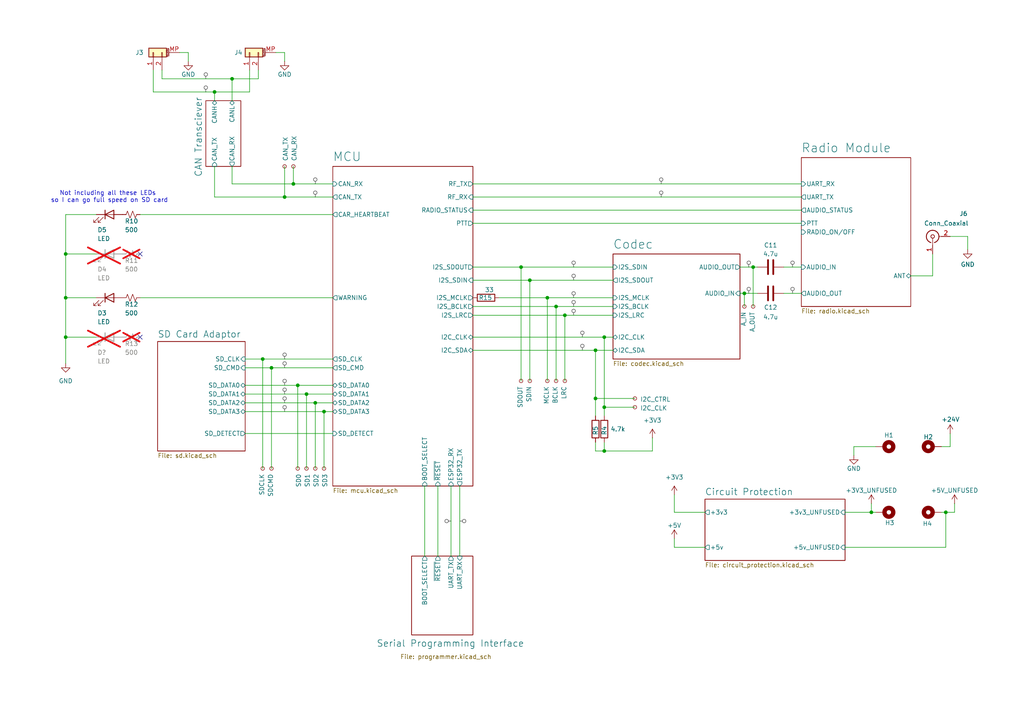
<source format=kicad_sch>
(kicad_sch (version 20250114) (generator "eeschema") (generator_version "9.0")
  (paper "A4")
  (title_block (title "Driver Radio Control Board") (date "2025-05-24") (rev "v0.3") (company "Goat Fast Racing") (comment 1 "Designed By Liam Jennings"))
  (lib_symbols
    (symbol "Connector:Conn_Coaxial" (pin_names (offset 1.016) (hide yes))
      (property "Reference" "J" (at 0.254 3.048 0))
      (property "Value" "Conn_Coaxial" (at 2.921 0 90))
      (symbol "Conn_Coaxial_0_1"
        (polyline (pts (xy -2.54 0) (xy -0.508 0)))
        (arc (start 1.778 0) (mid 0.222 -1.8079) (end -1.778 -0.508) (stroke (width 0.254)))
        (arc (start -1.778 0.508) (mid 0.2221 1.8084) (end 1.778 0) (stroke (width 0.254)))
        (circle (center 0 0) (radius 0.508) (stroke (width 0.2032)))
        (polyline (pts (xy 0 -2.54) (xy 0 -1.778)))
      )
      (symbol "Conn_Coaxial_1_1"
        (pin passive line (at -5.08 0 0) (length 2.54) (name "In") (number "1"))
        (pin passive line (at 0 -5.08 90) (length 2.54) (name "Ext") (number "2"))
      )
    )
    (symbol "Connector:TestPoint_Small" (pin_numbers (hide yes)) (pin_names (offset 0.762) (hide yes))
      (property "Reference" "TP" (at 0 3.81 0))
      (property "Value" "TestPoint_Small" (at 0 2.032 0))
      (symbol "TestPoint_Small_0_1"
        (circle (center 0 0) (radius 0.508))
      )
      (symbol "TestPoint_Small_1_1"
        (pin passive line (at 0 0 90) (length 0) (name "1") (number "1"))
      )
    )
    (symbol "Connector_Generic_MountingPin:Conn_01x02_MountingPin" (pin_names (offset 1.016) (hide yes))
      (property "Reference" "J" (at 0 2.54 0))
      (property "Value" "Conn_01x02_MountingPin" (at 1.27 -5.08 0))
      (symbol "Conn_01x02_MountingPin_1_1"
        (rectangle (start -1.27 1.27) (end 1.27 -3.81) (stroke (width 0.254)) (fill (type background)))
        (rectangle (start -1.27 0.127) (end 0 -0.127) (stroke (width 0.1524)))
        (rectangle (start -1.27 -2.413) (end 0 -2.667) (stroke (width 0.1524)))
        (polyline (pts (xy -1.016 -4.572) (xy 1.016 -4.572)) (stroke (width 0.1524)))
        (text "Mounting" (at 0 -4.191 0) (effects (font (size 0.381 0.381))))
        (pin passive line (at -5.08 0 0) (length 3.81) (name "Pin_1") (number "1"))
        (pin passive line (at -5.08 -2.54 0) (length 3.81) (name "Pin_2") (number "2"))
        (pin passive line (at 0 -7.62 90) (length 3.048) (name "MountPin") (number "MP"))
      )
    )
    (symbol "Device:C" (pin_numbers (hide yes)) (pin_names (offset 0.254))
      (property "Reference" "C" (at 0.635 2.54 0))
      (property "Value" "C" (at 0.635 -2.54 0))
      (symbol "C_0_1"
        (polyline (pts (xy -2.032 0.762) (xy 2.032 0.762)) (stroke (width 0.508)))
        (polyline (pts (xy -2.032 -0.762) (xy 2.032 -0.762)) (stroke (width 0.508)))
      )
      (symbol "C_1_1"
        (pin passive line (at 0 3.81 270) (length 2.794) (name "~") (number "1"))
        (pin passive line (at 0 -3.81 90) (length 2.794) (name "~") (number "2"))
      )
    )
    (symbol "Device:R" (pin_numbers (hide yes)) (pin_names (offset 0))
      (property "Reference" "R" (at 2.032 0 90))
      (property "Value" "R" (at 0 0 90))
      (symbol "R_0_1"
        (rectangle (start -1.016 -2.54) (end 1.016 2.54) (stroke (width 0.254)))
      )
      (symbol "R_1_1"
        (pin passive line (at 0 3.81 270) (length 1.27) (name "~") (number "1"))
        (pin passive line (at 0 -3.81 90) (length 1.27) (name "~") (number "2"))
      )
    )
    (symbol "Device:R_Small_US" (pin_numbers (hide yes)) (pin_names (offset 0.254) (hide yes))
      (property "Reference" "R" (at 0.762 0.508 0))
      (property "Value" "R_Small_US" (at 0.762 -1.016 0))
      (symbol "R_Small_US_1_1"
        (polyline (pts (xy 0 1.524) (xy 1.016 1.143) (xy 0 0.762) (xy -1.016 0.381) (xy 0 0)))
        (polyline (pts (xy 0 0) (xy 1.016 -0.381) (xy 0 -0.762) (xy -1.016 -1.143) (xy 0 -1.524)))
        (pin passive line (at 0 2.54 270) (length 1.016) (name "~") (number "1"))
        (pin passive line (at 0 -2.54 90) (length 1.016) (name "~") (number "2"))
      )
    )
    (symbol "GND_1" (power) (pin_numbers (hide yes)) (pin_names (offset 0) (hide yes))
      (property "Value" "GND" (at 0 -3.81 0))
      (symbol "GND_1_0_1"
        (polyline (pts (xy 0 0) (xy 0 -1.27) (xy 1.27 -1.27) (xy 0 -2.54) (xy -1.27 -1.27) (xy 0 -1.27)))
      )
      (symbol "GND_1_1_1"
        (pin power_in line (at 0 0 270) (length 0) (name "~") (number "1"))
      )
    )
    (symbol "LED_1" (pin_numbers (hide yes)) (pin_names (offset 1.016) (hide yes))
      (property "Reference" "D" (at 0 2.54 0))
      (property "Value" "LED" (at 0 -2.54 0))
      (symbol "LED_1_0_1"
        (polyline (pts (xy -3.048 -0.762) (xy -4.572 -2.286) (xy -3.81 -2.286) (xy -4.572 -2.286) (xy -4.572 -1.524)))
        (polyline (pts (xy -1.778 -0.762) (xy -3.302 -2.286) (xy -2.54 -2.286) (xy -3.302 -2.286) (xy -3.302 -1.524)))
        (polyline (pts (xy -1.27 0) (xy 1.27 0)))
        (polyline (pts (xy -1.27 -1.27) (xy -1.27 1.27)) (stroke (width 0.254)))
        (polyline (pts (xy 1.27 -1.27) (xy 1.27 1.27) (xy -1.27 0) (xy 1.27 -1.27)) (stroke (width 0.254)))
      )
      (symbol "LED_1_1_1"
        (pin passive line (at -3.81 0 0) (length 2.54) (name "K") (number "1"))
        (pin passive line (at 3.81 0 180) (length 2.54) (name "A") (number "2"))
      )
    )
    (symbol "Mechanical:MountingHole_Pad" (pin_numbers (hide yes)) (pin_names (offset 1.016) (hide yes)) (exclude_from_sim yes) (in_bom no)
      (property "Reference" "H" (at 0 6.35 0))
      (property "Value" "MountingHole_Pad" (at 0 4.445 0))
      (symbol "MountingHole_Pad_0_1"
        (circle (center 0 1.27) (radius 1.27) (stroke (width 1.27)))
      )
      (symbol "MountingHole_Pad_1_1"
        (pin input line (at 0 -2.54 90) (length 2.54) (name "1") (number "1"))
      )
    )
    (symbol "power:+24V" (power) (pin_numbers (hide yes)) (pin_names (offset 0) (hide yes))
      (property "Value" "+24V" (at 0 3.556 0))
      (symbol "+24V_0_1"
        (polyline (pts (xy -0.762 1.27) (xy 0 2.54)))
        (polyline (pts (xy 0 2.54) (xy 0.762 1.27)))
        (polyline (pts (xy 0 0) (xy 0 2.54)))
      )
      (symbol "+24V_1_1"
        (pin power_in line (at 0 0 90) (length 0) (name "~") (number "1"))
      )
    )
    (symbol "power:+3V3" (power) (pin_numbers (hide yes)) (pin_names (offset 0) (hide yes))
      (property "Value" "+3V3" (at 0 3.556 0))
      (symbol "+3V3_0_1"
        (polyline (pts (xy -0.762 1.27) (xy 0 2.54)))
        (polyline (pts (xy 0 2.54) (xy 0.762 1.27)))
        (polyline (pts (xy 0 0) (xy 0 2.54)))
      )
      (symbol "+3V3_1_1"
        (pin power_in line (at 0 0 90) (length 0) (name "~") (number "1"))
      )
    )
    (symbol "power:+5V" (power) (pin_numbers (hide yes)) (pin_names (offset 0) (hide yes))
      (property "Value" "+5V" (at 0 3.556 0))
      (symbol "+5V_0_1"
        (polyline (pts (xy -0.762 1.27) (xy 0 2.54)))
        (polyline (pts (xy 0 2.54) (xy 0.762 1.27)))
        (polyline (pts (xy 0 0) (xy 0 2.54)))
      )
      (symbol "+5V_1_1"
        (pin power_in line (at 0 0 90) (length 0) (name "~") (number "1"))
      )
    )
    (symbol "power:GND" (power) (pin_numbers (hide yes)) (pin_names (offset 0) (hide yes))
      (property "Value" "GND" (at 0 -3.81 0))
      (symbol "GND_0_1"
        (polyline (pts (xy 0 0) (xy 0 -1.27) (xy 1.27 -1.27) (xy 0 -2.54) (xy -1.27 -1.27) (xy 0 -1.27)))
      )
      (symbol "GND_1_1"
        (pin power_in line (at 0 0 270) (length 0) (name "~") (number "1"))
      )
    )
  )
  (text "Not including all these LEDs \nso I can go full speed on SD card" (at 31.75 57.15 0) (effects (font (size 1.27 1.27))))
  (junction (at 19.05 97.79))
  (junction (at 19.05 73.66))
  (junction (at 153.67 81.28))
  (junction (at 62.23 26.67))
  (junction (at 19.05 86.36))
  (junction (at 274.32 148.59))
  (junction (at 163.83 91.44))
  (junction (at 175.26 118.11))
  (junction (at 91.44 116.84))
  (junction (at 215.9 85.09))
  (junction (at 67.31 22.86))
  (junction (at 151.13 77.47))
  (junction (at 175.26 97.79))
  (junction (at 82.55 57.15))
  (junction (at 88.9 114.3))
  (junction (at 252.73 148.59))
  (junction (at 86.36 111.76))
  (junction (at 161.29 88.9))
  (junction (at 175.26 130.81))
  (junction (at 93.98 119.38))
  (junction (at 78.74 106.68))
  (junction (at 76.2 104.14))
  (junction (at 218.44 77.47))
  (junction (at 85.09 53.34))
  (junction (at 158.75 86.36))
  (junction (at 172.72 101.6))
  (junction (at 172.72 115.57))
  (no_connect (at 40.64 97.79))
  (no_connect (at 40.64 73.66))
  (wire (pts (xy 137.16 53.34) (xy 232.41 53.34)))
  (wire (pts (xy 172.72 101.6) (xy 172.72 115.57)))
  (wire (pts (xy 71.12 104.14) (xy 76.2 104.14)))
  (wire (pts (xy 276.86 148.59) (xy 274.32 148.59)))
  (wire (pts (xy 137.16 77.47) (xy 151.13 77.47)))
  (wire (pts (xy 172.72 101.6) (xy 177.8 101.6)))
  (wire (pts (xy 195.58 148.59) (xy 204.47 148.59)))
  (wire (pts (xy 137.16 57.15) (xy 232.41 57.15)))
  (wire (pts (xy 78.74 106.68) (xy 78.74 135.89)))
  (wire (pts (xy 54.61 17.78) (xy 54.61 15.24)))
  (wire (pts (xy 163.83 91.44) (xy 163.83 110.49)))
  (wire (pts (xy 137.16 101.6) (xy 172.72 101.6)))
  (wire (pts (xy 93.98 119.38) (xy 96.52 119.38)))
  (wire (pts (xy 214.63 85.09) (xy 215.9 85.09)))
  (wire (pts (xy 27.94 62.23) (xy 19.05 62.23)))
  (wire (pts (xy 76.2 104.14) (xy 76.2 135.89)))
  (wire (pts (xy 137.16 64.77) (xy 232.41 64.77)))
  (wire (pts (xy 19.05 86.36) (xy 19.05 97.79)))
  (wire (pts (xy 252.73 148.59) (xy 254 148.59)))
  (wire (pts (xy 88.9 114.3) (xy 88.9 135.89)))
  (wire (pts (xy 19.05 97.79) (xy 19.05 105.41)))
  (wire (pts (xy 71.12 125.73) (xy 96.52 125.73)))
  (wire (pts (xy 227.33 85.09) (xy 232.41 85.09)))
  (wire (pts (xy 82.55 17.78) (xy 82.55 15.24)))
  (wire (pts (xy 40.64 86.36) (xy 96.52 86.36)))
  (wire (pts (xy 62.23 26.67) (xy 62.23 29.21)))
  (wire (pts (xy 276.86 146.05) (xy 276.86 148.59)))
  (wire (pts (xy 93.98 119.38) (xy 93.98 135.89)))
  (wire (pts (xy 163.83 91.44) (xy 177.8 91.44)))
  (wire (pts (xy 72.39 26.67) (xy 72.39 20.32)))
  (wire (pts (xy 153.67 81.28) (xy 177.8 81.28)))
  (wire (pts (xy 44.45 26.67) (xy 62.23 26.67)))
  (wire (pts (xy 195.58 158.75) (xy 195.58 156.21)))
  (wire (pts (xy 275.59 125.73) (xy 275.59 129.54)))
  (wire (pts (xy 78.74 106.68) (xy 96.52 106.68)))
  (wire (pts (xy 158.75 86.36) (xy 158.75 110.49)))
  (wire (pts (xy 76.2 104.14) (xy 96.52 104.14)))
  (wire (pts (xy 71.12 111.76) (xy 86.36 111.76)))
  (wire (pts (xy 85.09 48.26) (xy 85.09 53.34)))
  (wire (pts (xy 71.12 116.84) (xy 91.44 116.84)))
  (wire (pts (xy 67.31 22.86) (xy 46.99 22.86)))
  (wire (pts (xy 175.26 97.79) (xy 175.26 118.11)))
  (wire (pts (xy 151.13 77.47) (xy 151.13 110.49)))
  (wire (pts (xy 46.99 22.86) (xy 46.99 20.32)))
  (wire (pts (xy 252.73 148.59) (xy 252.73 146.05)))
  (wire (pts (xy 137.16 97.79) (xy 175.26 97.79)))
  (wire (pts (xy 275.59 68.58) (xy 280.67 68.58)))
  (wire (pts (xy 62.23 57.15) (xy 62.23 48.26)))
  (wire (pts (xy 161.29 88.9) (xy 177.8 88.9)))
  (wire (pts (xy 86.36 111.76) (xy 96.52 111.76)))
  (wire (pts (xy 67.31 29.21) (xy 67.31 22.86)))
  (wire (pts (xy 175.26 97.79) (xy 177.8 97.79)))
  (wire (pts (xy 172.72 130.81) (xy 172.72 128.27)))
  (wire (pts (xy 175.26 130.81) (xy 172.72 130.81)))
  (wire (pts (xy 67.31 22.86) (xy 74.93 22.86)))
  (wire (pts (xy 44.45 26.67) (xy 44.45 20.32)))
  (wire (pts (xy 54.61 15.24) (xy 52.07 15.24)))
  (wire (pts (xy 175.26 130.81) (xy 175.26 128.27)))
  (wire (pts (xy 151.13 77.47) (xy 177.8 77.47)))
  (wire (pts (xy 247.65 132.08) (xy 247.65 129.54)))
  (wire (pts (xy 161.29 88.9) (xy 161.29 110.49)))
  (wire (pts (xy 19.05 73.66) (xy 27.94 73.66)))
  (wire (pts (xy 71.12 114.3) (xy 88.9 114.3)))
  (wire (pts (xy 40.64 62.23) (xy 96.52 62.23)))
  (wire (pts (xy 158.75 86.36) (xy 177.8 86.36)))
  (wire (pts (xy 215.9 85.09) (xy 215.9 88.9)))
  (wire (pts (xy 264.16 80.01) (xy 270.51 80.01)))
  (wire (pts (xy 172.72 115.57) (xy 184.15 115.57)))
  (wire (pts (xy 275.59 129.54) (xy 273.05 129.54)))
  (wire (pts (xy 214.63 77.47) (xy 218.44 77.47)))
  (wire (pts (xy 19.05 86.36) (xy 27.94 86.36)))
  (wire (pts (xy 91.44 116.84) (xy 96.52 116.84)))
  (wire (pts (xy 227.33 77.47) (xy 232.41 77.47)))
  (wire (pts (xy 280.67 72.39) (xy 280.67 68.58)))
  (wire (pts (xy 133.35 140.97) (xy 133.35 161.29)))
  (wire (pts (xy 274.32 148.59) (xy 274.32 158.75)))
  (wire (pts (xy 153.67 81.28) (xy 153.67 110.49)))
  (wire (pts (xy 82.55 48.26) (xy 82.55 57.15)))
  (wire (pts (xy 130.81 140.97) (xy 130.81 161.29)))
  (wire (pts (xy 82.55 15.24) (xy 80.01 15.24)))
  (wire (pts (xy 67.31 53.34) (xy 85.09 53.34)))
  (wire (pts (xy 247.65 129.54) (xy 254 129.54)))
  (wire (pts (xy 74.93 22.86) (xy 74.93 20.32)))
  (wire (pts (xy 175.26 118.11) (xy 175.26 120.65)))
  (wire (pts (xy 88.9 114.3) (xy 96.52 114.3)))
  (wire (pts (xy 123.19 140.97) (xy 123.19 161.29)))
  (wire (pts (xy 71.12 119.38) (xy 93.98 119.38)))
  (wire (pts (xy 62.23 57.15) (xy 82.55 57.15)))
  (wire (pts (xy 144.78 86.36) (xy 158.75 86.36)))
  (wire (pts (xy 127 140.97) (xy 127 161.29)))
  (wire (pts (xy 189.23 127) (xy 189.23 130.81)))
  (wire (pts (xy 91.44 116.84) (xy 91.44 135.89)))
  (wire (pts (xy 274.32 148.59) (xy 273.05 148.59)))
  (wire (pts (xy 86.36 111.76) (xy 86.36 135.89)))
  (wire (pts (xy 85.09 53.34) (xy 96.52 53.34)))
  (wire (pts (xy 189.23 130.81) (xy 175.26 130.81)))
  (wire (pts (xy 71.12 106.68) (xy 78.74 106.68)))
  (wire (pts (xy 245.11 148.59) (xy 252.73 148.59)))
  (wire (pts (xy 270.51 80.01) (xy 270.51 73.66)))
  (wire (pts (xy 175.26 118.11) (xy 184.15 118.11)))
  (wire (pts (xy 215.9 85.09) (xy 219.71 85.09)))
  (wire (pts (xy 204.47 158.75) (xy 195.58 158.75)))
  (wire (pts (xy 19.05 73.66) (xy 19.05 86.36)))
  (wire (pts (xy 137.16 81.28) (xy 153.67 81.28)))
  (wire (pts (xy 67.31 48.26) (xy 67.31 53.34)))
  (wire (pts (xy 195.58 143.51) (xy 195.58 148.59)))
  (wire (pts (xy 137.16 91.44) (xy 163.83 91.44)))
  (wire (pts (xy 274.32 158.75) (xy 245.11 158.75)))
  (wire (pts (xy 62.23 26.67) (xy 72.39 26.67)))
  (wire (pts (xy 218.44 77.47) (xy 219.71 77.47)))
  (wire (pts (xy 82.55 57.15) (xy 96.52 57.15)))
  (wire (pts (xy 218.44 77.47) (xy 218.44 88.9)))
  (wire (pts (xy 19.05 62.23) (xy 19.05 73.66)))
  (wire (pts (xy 172.72 115.57) (xy 172.72 120.65)))
  (wire (pts (xy 19.05 97.79) (xy 27.94 97.79)))
  (wire (pts (xy 137.16 60.96) (xy 232.41 60.96)))
  (wire (pts (xy 137.16 88.9) (xy 161.29 88.9)))
  (netclass_flag "" (length 1.27) (shape round) (at 82.55 116.84 0) (property "Netclass" "SD Signaling" (effects (hide yes))))
  (netclass_flag "" (length 1.27) (shape round) (at 82.55 114.3 0) (property "Netclass" "SD Signaling" (effects (hide yes))))
  (netclass_flag "" (length 1.27) (shape round) (at 130.81 151.13 90) (property "Netclass" "UART Signaling" (effects (hide yes))))
  (netclass_flag "" (length 1.27) (shape round) (at 133.35 151.13 270) (property "Netclass" "UART Signaling" (effects (hide yes))))
  (netclass_flag "" (length 1.27) (shape round) (at 82.55 111.76 0) (property "Netclass" "SD Signaling" (effects (hide yes))))
  (netclass_flag "" (length 1.27) (shape round) (at 82.55 119.38 0) (property "Netclass" "SD Signaling" (effects (hide yes))))
  (netclass_flag "" (length 1.27) (shape round) (at 217.17 85.09 0) (property "Netclass" "Analog Sound" (effects (hide yes))))
  (netclass_flag "" (length 1.27) (shape round) (at 59.69 22.86 0) (property "Netclass" "CAN" (effects (hide yes))))
  (netclass_flag "" (length 1.27) (shape round) (at 168.91 101.6 0) (property "Netclass" "I2C" (effects (hide yes))))
  (netclass_flag "" (length 1.27) (shape round) (at 191.77 57.15 0) (property "Netclass" "UART Signaling" (effects (hide yes))))
  (netclass_flag "" (length 1.27) (shape round) (at 168.91 97.79 0) (property "Netclass" "I2C" (effects (hide yes))))
  (netclass_flag "" (length 1.27) (shape round) (at 82.55 106.68 0) (property "Netclass" "SD Signaling" (effects (hide yes))))
  (netclass_flag "" (length 1.27) (shape round) (at 217.17 77.47 0) (property "Netclass" "Analog Sound" (effects (hide yes))))
  (netclass_flag "" (length 1.27) (shape round) (at 191.77 53.34 0) (property "Netclass" "UART Signaling" (effects (hide yes))))
  (netclass_flag "" (length 1.27) (shape round) (at 59.69 26.67 0) (property "Netclass" "CAN" (effects (hide yes))))
  (netclass_flag "" (length 1.27) (shape round) (at 166.37 91.44 0) (property "Netclass" "I2S" (effects (hide yes))))
  (netclass_flag "" (length 1.27) (shape round) (at 91.44 53.34 0) (property "Netclass" "CAN" (effects (hide yes))))
  (netclass_flag "" (length 1.27) (shape round) (at 166.37 86.36 0) (property "Netclass" "I2S" (effects (hide yes))))
  (netclass_flag "" (length 1.27) (shape round) (at 166.37 81.28 0) (property "Netclass" "I2S" (effects (hide yes))))
  (netclass_flag "" (length 1.27) (shape round) (at 82.55 104.14 0) (property "Netclass" "SD Clock" (effects (hide yes))))
  (netclass_flag "" (length 1.27) (shape round) (at 91.44 57.15 0) (property "Netclass" "CAN" (effects (hide yes))))
  (netclass_flag "" (length 1.27) (shape round) (at 229.87 85.09 0) (property "Netclass" "Analog Sound" (effects (hide yes))))
  (netclass_flag "" (length 1.27) (shape round) (at 166.37 77.47 0) (property "Netclass" "I2S" (effects (hide yes))))
  (netclass_flag "" (length 1.27) (shape round) (at 166.37 88.9 0) (property "Netclass" "I2S" (effects (hide yes))))
  (netclass_flag "" (length 1.27) (shape round) (at 229.87 77.47 0) (property "Netclass" "Analog Sound" (effects (hide yes))))
  (symbol (lib_name "GND_1") (lib_id "power:GND") (at 82.55 17.78 0) (unit 1)
    (property "Reference" "#PWR032" (effects (hide yes)))
    (property "Value" "GND" (at 82.55 21.59 0))
    (property "Description" "Power symbol creates a global label with name \"GND\" , ground" (effects (hide yes)))
  )
  (symbol (lib_id "Connector:TestPoint_Small") (at 153.67 110.49 180) (unit 1) (in_bom no)
    (property "Reference" "TP8" (effects (hide yes)))
    (property "Value" "SDIN" (at 153.416 112.014 90) (effects (justify left)))
    (property "Footprint" "ev24-footprint-library:tp-ev24-nobacksilk" (effects (hide yes)))
    (property "Description" "test point" (effects (hide yes)))
  )
  (symbol (lib_id "Device:R") (at 140.97 86.36 90) (unit 1)
    (property "Reference" "R15" (at 142.748 86.36 90) (effects (justify left)))
    (property "Value" "33" (at 143.256 84.074 90) (effects (justify left)))
    (property "Footprint" "Resistor_SMD:R_0402_1005Metric" (effects (hide yes)))
    (property "Description" "Resistor" (effects (hide yes)))
    (property "IPN" "RES-000093-00" (effects (hide yes)))
  )
  (symbol (lib_id "power:+5V") (at 195.58 156.21 0) (unit 1)
    (property "Reference" "#PWR024" (effects (hide yes)))
    (property "Value" "+5V" (at 195.58 152.4 0))
    (property "Description" "Power symbol creates a global label with name \"+5V\"" (effects (hide yes)))
  )
  (symbol (lib_id "Connector:TestPoint_Small") (at 158.75 110.49 180) (unit 1) (in_bom no)
    (property "Reference" "TP5" (effects (hide yes)))
    (property "Value" "MCLK" (at 158.496 112.014 90) (effects (justify left)))
    (property "Footprint" "ev24-footprint-library:tp-ev24-nobacksilk" (effects (hide yes)))
    (property "Description" "test point" (effects (hide yes)))
  )
  (symbol (lib_id "Connector:TestPoint_Small") (at 184.15 115.57 270) (unit 1) (in_bom no)
    (property "Reference" "TP3" (effects (hide yes)))
    (property "Value" "I2C_CTRL" (at 185.674 115.824 90) (effects (justify left)))
    (property "Footprint" "ev24-footprint-library:tp-ev24-nobacksilk" (effects (hide yes)))
    (property "Description" "test point" (effects (hide yes)))
  )
  (symbol (lib_id "Connector:TestPoint_Small") (at 184.15 118.11 270) (unit 1) (in_bom no)
    (property "Reference" "TP4" (effects (hide yes)))
    (property "Value" "I2C_CLK" (at 185.674 118.364 90) (effects (justify left)))
    (property "Footprint" "ev24-footprint-library:tp-ev24-nobacksilk" (effects (hide yes)))
    (property "Description" "test point" (effects (hide yes)))
  )
  (symbol (lib_id "Device:R_Small_US") (at 38.1 73.66 270) (unit 1) (in_bom no) (on_board no) (dnp yes)
    (property "Reference" "R11" (at 36.195 75.565 90) (effects (justify left)))
    (property "Value" "500" (at 36.195 78.105 90) (effects (justify left)))
    (property "Footprint" "Resistor_SMD:R_0402_1005Metric" (effects (hide yes)))
    (property "Description" "Resistor, small US symbol" (effects (hide yes)))
    (property "IPN" "RES-000545-00" (effects (hide yes)))
  )
  (symbol (lib_id "power:+3V3") (at 252.73 146.05 0) (unit 1)
    (property "Reference" "#PWR023" (effects (hide yes)))
    (property "Value" "+3V3_UNFUSED" (at 252.73 142.24 0))
    (property "Description" "Power symbol creates a global label with name \"+3V3\"" (effects (hide yes)))
  )
  (symbol (lib_id "Connector:TestPoint_Small") (at 93.98 135.89 0) (mirror x) (unit 1) (in_bom no)
    (property "Reference" "TP15" (effects (hide yes)))
    (property "Value" "SD3" (at 94.234 137.414 90) (effects (justify left)))
    (property "Footprint" "ev24-footprint-library:tp-ev24-nobacksilk" (effects (hide yes)))
    (property "Description" "test point" (effects (hide yes)))
  )
  (symbol (lib_id "Device:R_Small_US") (at 38.1 86.36 270) (unit 1)
    (property "Reference" "R12" (at 36.195 88.265 90) (effects (justify left)))
    (property "Value" "500" (at 36.195 90.805 90) (effects (justify left)))
    (property "Footprint" "Resistor_SMD:R_0402_1005Metric" (effects (hide yes)))
    (property "Description" "Resistor, small US symbol" (effects (hide yes)))
    (property "IPN" "RES-000545-00" (effects (hide yes)))
  )
  (symbol (lib_id "Device:R_Small_US") (at 38.1 97.79 270) (unit 1) (in_bom no) (on_board no) (dnp yes)
    (property "Reference" "R13" (at 36.195 99.695 90) (effects (justify left)))
    (property "Value" "500" (at 36.195 102.235 90) (effects (justify left)))
    (property "Footprint" "Resistor_SMD:R_0402_1005Metric" (effects (hide yes)))
    (property "Description" "Resistor, small US symbol" (effects (hide yes)))
    (property "IPN" "RES-000545-00" (effects (hide yes)))
  )
  (symbol (lib_id "Connector_Generic_MountingPin:Conn_01x02_MountingPin") (at 72.39 15.24 90) (unit 1)
    (property "Reference" "J4" (at 70.358 15.24 90) (effects (justify left)))
    (property "Value" "Conn_01x02_MountingPin" (effects (hide yes)))
    (property "Footprint" "Connector_JST:JST_GH_SM02B-GHS-TB_1x02-1MP_P1.25mm_Horizontal" (effects (hide yes)))
    (property "Description" "Generic connectable mounting pin connector, single row, 01x02, script generated (kicad-library-utils/schlib/autogen/connector/)" (effects (hide yes)))
    (property "IPN" "CON-000442-00" (effects (hide yes)))
  )
  (symbol (lib_id "Mechanical:MountingHole_Pad") (at 270.51 148.59 90) (unit 1) (in_bom no)
    (property "Reference" "H4" (at 268.986 151.892 90))
    (property "Value" "MountingHole_Pad" (effects (hide yes)))
    (property "Footprint" "ev24-footprint-library:glv_mainboard_hole" (effects (hide yes)))
    (property "Description" "Mounting Hole with connection" (effects (hide yes)))
  )
  (symbol (lib_id "Connector:Conn_Coaxial") (at 270.51 68.58 90) (unit 1)
    (property "Reference" "J6" (at 280.67 61.976 90) (effects (justify left)))
    (property "Value" "Conn_Coaxial" (at 280.924 64.77 90) (effects (justify left)))
    (property "Footprint" "Connector_Coaxial:SMA_Molex_73251-1153_EdgeMount_Horizontal" (effects (hide yes)))
    (property "Description" "coaxial connector (BNC, SMA, SMB, SMC, Cinch/RCA, LEMO, ...)" (effects (hide yes)))
    (property "IPN" "CON-000563-00" (effects (hide yes)))
  )
  (symbol (lib_id "power:+3V3") (at 189.23 127 0) (mirror y) (unit 1)
    (property "Reference" "#PWR08" (effects (hide yes)))
    (property "Value" "+3V3" (at 189.23 121.92 0))
    (property "Description" "Power symbol creates a global label with name \"+3V3\"" (effects (hide yes)))
  )
  (symbol (lib_id "Mechanical:MountingHole_Pad") (at 256.54 129.54 270) (mirror x) (unit 1) (in_bom no)
    (property "Reference" "H1" (at 257.81 126.238 90))
    (property "Value" "MountingHole_Pad" (effects (hide yes)))
    (property "Footprint" "ev24-footprint-library:glv_mainboard_hole" (effects (hide yes)))
    (property "Description" "Mounting Hole with connection" (effects (hide yes)))
  )
  (symbol (lib_id "Device:C") (at 223.52 85.09 270) (unit 1)
    (property "Reference" "C12" (at 223.52 89.154 90))
    (property "Value" "4.7u" (at 223.52 91.948 90))
    (property "Footprint" "Capacitor_SMD:C_0805_2012Metric" (effects (hide yes)))
    (property "Description" "Unpolarized capacitor" (effects (hide yes)))
    (property "IPN" "CAP-000535-00" (effects (hide yes)))
  )
  (symbol (lib_id "Connector:TestPoint_Small") (at 151.13 110.49 180) (unit 1) (in_bom no)
    (property "Reference" "TP9" (effects (hide yes)))
    (property "Value" "SDOUT" (at 150.876 112.014 90) (effects (justify left)))
    (property "Footprint" "ev24-footprint-library:tp-ev24-nobacksilk" (effects (hide yes)))
    (property "Description" "test point" (effects (hide yes)))
  )
  (symbol (lib_id "power:GND") (at 280.67 72.39 0) (unit 1)
    (property "Reference" "#PWR039" (effects (hide yes)))
    (property "Value" "GND" (at 280.67 76.708 0))
    (property "Description" "Power symbol creates a global label with name \"GND\" , ground" (effects (hide yes)))
  )
  (symbol (lib_id "Connector:TestPoint_Small") (at 86.36 135.89 0) (mirror x) (unit 1) (in_bom no)
    (property "Reference" "TP12" (effects (hide yes)))
    (property "Value" "SD0" (at 86.614 137.414 90) (effects (justify left)))
    (property "Footprint" "ev24-footprint-library:tp-ev24-nobacksilk" (effects (hide yes)))
    (property "Description" "test point" (effects (hide yes)))
  )
  (symbol (lib_id "Mechanical:MountingHole_Pad") (at 270.51 129.54 90) (mirror x) (unit 1) (in_bom no)
    (property "Reference" "H2" (at 269.24 126.746 90))
    (property "Value" "MountingHole_Pad" (effects (hide yes)))
    (property "Footprint" "ev24-footprint-library:glv_mainboard_hole" (effects (hide yes)))
    (property "Description" "Mounting Hole with connection" (effects (hide yes)))
  )
  (symbol (lib_id "power:GND") (at 19.05 105.41 0) (unit 1)
    (property "Reference" "#PWR04" (effects (hide yes)))
    (property "Value" "GND" (at 19.05 110.49 0))
    (property "Description" "Power symbol creates a global label with name \"GND\" , ground" (effects (hide yes)))
  )
  (symbol (lib_id "Connector:TestPoint_Small") (at 161.29 110.49 180) (unit 1) (in_bom no)
    (property "Reference" "TP7" (effects (hide yes)))
    (property "Value" "BCLK" (at 161.036 112.014 90) (effects (justify left)))
    (property "Footprint" "ev24-footprint-library:tp-ev24-nobacksilk" (effects (hide yes)))
    (property "Description" "test point" (effects (hide yes)))
  )
  (symbol (lib_id "Device:R") (at 175.26 124.46 0) (mirror y) (unit 1)
    (property "Reference" "R4" (at 175.26 126.238 90) (effects (justify left)))
    (property "Value" "4.7k" (effects (hide yes)))
    (property "Footprint" "Resistor_SMD:R_0402_1005Metric" (effects (hide yes)))
    (property "Description" "Resistor" (effects (hide yes)))
    (property "IPN" "RES-000093-00" (effects (hide yes)))
  )
  (symbol (lib_id "power:+5V") (at 276.86 146.05 0) (unit 1)
    (property "Reference" "#PWR027" (effects (hide yes)))
    (property "Value" "+5V_UNFUSED" (at 276.86 142.24 0))
    (property "Description" "Power symbol creates a global label with name \"+5V\"" (effects (hide yes)))
  )
  (symbol (lib_name "LED_1") (lib_id "Device:LED") (at 31.75 73.66 0) (unit 1) (in_bom no) (on_board no) (dnp yes)
    (property "Reference" "D4" (at 28.2575 78.1049 0) (effects (justify left)))
    (property "Value" "LED" (at 28.2575 80.6449 0) (effects (justify left)))
    (property "Description" "Light emitting diode" (effects (hide yes)))
    (property "Sim.Pins" "1=K 2=A" (effects (hide yes)))
  )
  (symbol (lib_id "Connector:TestPoint_Small") (at 82.55 48.26 0) (unit 1) (in_bom no)
    (property "Reference" "TP1" (effects (hide yes)))
    (property "Value" "CAN_TX" (at 82.804 46.736 90) (effects (justify left)))
    (property "Footprint" "ev24-footprint-library:tp-ev24-nobacksilk" (effects (hide yes)))
    (property "Description" "test point" (effects (hide yes)))
  )
  (symbol (lib_id "Device:C") (at 223.52 77.47 270) (unit 1)
    (property "Reference" "C11" (at 223.52 71.12 90))
    (property "Value" "4.7u" (at 223.52 73.66 90))
    (property "Footprint" "Capacitor_SMD:C_0805_2012Metric" (effects (hide yes)))
    (property "Description" "Unpolarized capacitor" (effects (hide yes)))
    (property "IPN" "CAP-000535-00" (effects (hide yes)))
  )
  (symbol (lib_id "power:+3V3") (at 195.58 143.51 0) (unit 1)
    (property "Reference" "#PWR02" (effects (hide yes)))
    (property "Value" "+3V3" (at 195.58 138.43 0))
    (property "Description" "Power symbol creates a global label with name \"+3V3\"" (effects (hide yes)))
  )
  (symbol (lib_id "Device:R") (at 172.72 124.46 0) (mirror y) (unit 1)
    (property "Reference" "R5" (at 172.72 126.238 90) (effects (justify left)))
    (property "Value" "4.7k" (at 181.356 124.46 0) (effects (justify left)))
    (property "Footprint" "Resistor_SMD:R_0402_1005Metric" (effects (hide yes)))
    (property "Description" "Resistor" (effects (hide yes)))
    (property "IPN" "RES-000093-00" (effects (hide yes)))
  )
  (symbol (lib_name "LED_1") (lib_id "Device:LED") (at 31.75 62.23 0) (unit 1)
    (property "Reference" "D5" (at 28.2575 66.6749 0) (effects (justify left)))
    (property "Value" "LED" (at 28.2575 69.2149 0) (effects (justify left)))
    (property "Description" "Light emitting diode" (effects (hide yes)))
    (property "Sim.Pins" "1=K 2=A" (effects (hide yes)))
  )
  (symbol (lib_id "Connector:TestPoint_Small") (at 215.9 88.9 180) (unit 1) (in_bom no)
    (property "Reference" "TP11" (effects (hide yes)))
    (property "Value" "A_IN" (at 215.646 90.424 90) (effects (justify left)))
    (property "Footprint" "TestPoint:TestPoint_Pad_1.0x1.0mm" (effects (hide yes)))
    (property "Description" "test point" (effects (hide yes)))
  )
  (symbol (lib_id "Connector:TestPoint_Small") (at 218.44 88.9 180) (unit 1) (in_bom no)
    (property "Reference" "TP10" (effects (hide yes)))
    (property "Value" "A_OUT" (at 218.186 90.424 90) (effects (justify left)))
    (property "Footprint" "ev24-footprint-library:tp-ev24-nobacksilk" (effects (hide yes)))
    (property "Description" "test point" (effects (hide yes)))
  )
  (symbol (lib_id "power:+24V") (at 275.59 125.73 0) (unit 1)
    (property "Reference" "#PWR020" (effects (hide yes)))
    (property "Value" "+24V" (at 273.05 121.666 0) (effects (justify left)))
    (property "Description" "Power symbol creates a global label with name \"+24V\"" (effects (hide yes)))
  )
  (symbol (lib_id "Connector_Generic_MountingPin:Conn_01x02_MountingPin") (at 44.45 15.24 90) (unit 1)
    (property "Reference" "J3" (at 41.656 15.24 90) (effects (justify left)))
    (property "Value" "Conn_01x02_MountingPin" (effects (hide yes)))
    (property "Footprint" "Connector_JST:JST_GH_SM02B-GHS-TB_1x02-1MP_P1.25mm_Horizontal" (effects (hide yes)))
    (property "Description" "Generic connectable mounting pin connector, single row, 01x02, script generated (kicad-library-utils/schlib/autogen/connector/)" (effects (hide yes)))
    (property "IPN" "CON-000442-00" (effects (hide yes)))
  )
  (symbol (lib_name "GND_1") (lib_id "power:GND") (at 54.61 17.78 0) (unit 1)
    (property "Reference" "#PWR028" (effects (hide yes)))
    (property "Value" "GND" (at 54.61 21.59 0))
    (property "Description" "Power symbol creates a global label with name \"GND\" , ground" (effects (hide yes)))
  )
  (symbol (lib_id "Mechanical:MountingHole_Pad") (at 256.54 148.59 270) (unit 1) (in_bom no)
    (property "Reference" "H3" (at 258.064 151.638 90))
    (property "Value" "MountingHole_Pad" (effects (hide yes)))
    (property "Footprint" "ev24-footprint-library:glv_mainboard_hole" (effects (hide yes)))
    (property "Description" "Mounting Hole with connection" (effects (hide yes)))
  )
  (symbol (lib_id "Device:R_Small_US") (at 38.1 62.23 270) (unit 1)
    (property "Reference" "R10" (at 36.195 64.135 90) (effects (justify left)))
    (property "Value" "500" (at 36.195 66.675 90) (effects (justify left)))
    (property "Footprint" "Resistor_SMD:R_0402_1005Metric" (effects (hide yes)))
    (property "Description" "Resistor, small US symbol" (effects (hide yes)))
    (property "IPN" "RES-000545-00" (effects (hide yes)))
  )
  (symbol (lib_id "Connector:TestPoint_Small") (at 91.44 135.89 0) (mirror x) (unit 1) (in_bom no)
    (property "Reference" "TP14" (effects (hide yes)))
    (property "Value" "SD2" (at 91.694 137.414 90) (effects (justify left)))
    (property "Footprint" "ev24-footprint-library:tp-ev24-nobacksilk" (effects (hide yes)))
    (property "Description" "test point" (effects (hide yes)))
  )
  (symbol (lib_name "LED_1") (lib_id "Device:LED") (at 31.75 86.36 0) (unit 1)
    (property "Reference" "D3" (at 28.2575 90.8049 0) (effects (justify left)))
    (property "Value" "LED" (at 28.2575 93.3449 0) (effects (justify left)))
    (property "Description" "Light emitting diode" (effects (hide yes)))
    (property "Sim.Pins" "1=K 2=A" (effects (hide yes)))
  )
  (symbol (lib_id "Connector:TestPoint_Small") (at 88.9 135.89 0) (mirror x) (unit 1) (in_bom no)
    (property "Reference" "TP13" (effects (hide yes)))
    (property "Value" "SD1" (at 89.154 137.414 90) (effects (justify left)))
    (property "Footprint" "ev24-footprint-library:tp-ev24-nobacksilk" (effects (hide yes)))
    (property "Description" "test point" (effects (hide yes)))
  )
  (symbol (lib_id "Connector:TestPoint_Small") (at 78.74 135.89 180) (unit 1) (in_bom no)
    (property "Reference" "TP17" (effects (hide yes)))
    (property "Value" "SDCMD" (at 78.486 137.414 90) (effects (justify left)))
    (property "Footprint" "TestPoint:TestPoint_Pad_1.0x1.0mm" (effects (hide yes)))
    (property "Description" "test point" (effects (hide yes)))
  )
  (symbol (lib_name "GND_1") (lib_id "power:GND") (at 247.65 132.08 0) (mirror y) (unit 1)
    (property "Reference" "#PWR019" (effects (hide yes)))
    (property "Value" "GND" (at 247.65 135.89 0))
    (property "Description" "Power symbol creates a global label with name \"GND\" , ground" (effects (hide yes)))
  )
  (symbol (lib_id "Connector:TestPoint_Small") (at 163.83 110.49 180) (unit 1) (in_bom no)
    (property "Reference" "TP6" (effects (hide yes)))
    (property "Value" "LRC" (at 163.576 112.014 90) (effects (justify left)))
    (property "Footprint" "ev24-footprint-library:tp-ev24-nobacksilk" (effects (hide yes)))
    (property "Description" "test point" (effects (hide yes)))
  )
  (symbol (lib_name "LED_1") (lib_id "Device:LED") (at 31.75 97.79 0) (unit 1) (in_bom no) (on_board no) (dnp yes)
    (property "Reference" "D?" (at 28.2575 102.2349 0) (effects (justify left)))
    (property "Value" "LED" (at 28.2575 104.7749 0) (effects (justify left)))
    (property "Description" "Light emitting diode" (effects (hide yes)))
    (property "Sim.Pins" "1=K 2=A" (effects (hide yes)))
  )
  (symbol (lib_id "Connector:TestPoint_Small") (at 85.09 48.26 0) (unit 1) (in_bom no)
    (property "Reference" "TP2" (effects (hide yes)))
    (property "Value" "CAN_RX" (at 85.344 46.736 90) (effects (justify left)))
    (property "Footprint" "ev24-footprint-library:tp-ev24-nobacksilk" (effects (hide yes)))
    (property "Description" "test point" (effects (hide yes)))
  )
  (symbol (lib_id "Connector:TestPoint_Small") (at 76.2 135.89 180) (unit 1) (in_bom no)
    (property "Reference" "TP16" (effects (hide yes)))
    (property "Value" "SDCLK" (at 75.946 137.414 90) (effects (justify left)))
    (property "Footprint" "ev24-footprint-library:tp-ev24-nobacksilk" (effects (hide yes)))
    (property "Description" "test point" (effects (hide yes)))
  )
  (sheet (at 119.38 161.29) (size 17.78 22.86) (stroke (width 0.1524))
    (property "Sheetname" "Serial Programming Interface" (at 109.22 187.706 0) (effects (font (size 1.905 1.905)) (justify left bottom)))
    (property "Sheetfile" "programmer.kicad_sch" (at 116.078 189.738 0) (effects (justify left top)))
    (pin "BOOT_SELECT" output (at 123.19 161.29 90))
    (pin "UART_RX" input (at 133.35 161.29 90))
    (pin "UART_TX" output (at 130.81 161.29 90))
    (pin "~{RESET}" output (at 127 161.29 90))
  )
  (sheet (at 232.41 45.72) (size 31.75 43.18) (stroke (width 0.1524))
    (property "Sheetname" "Radio Module" (at 232.41 44.3734 0) (effects (font (size 2.54 2.54)) (justify left bottom)))
    (property "Sheetfile" "radio.kicad_sch" (at 232.41 89.4846 0) (effects (justify left top)))
    (pin "AUDIO_OUT" output (at 232.41 85.09 180))
    (pin "PTT" input (at 232.41 64.77 180))
    (pin "AUDIO_IN" input (at 232.41 77.47 180))
    (pin "UART_RX" input (at 232.41 53.34 180))
    (pin "AUDIO_STATUS" output (at 232.41 60.96 180))
    (pin "RADIO_ON{slash}OFF" input (at 232.41 67.31 180))
    (pin "ANT" bidirectional (at 264.16 80.01 0))
    (pin "UART_TX" output (at 232.41 57.15 180))
  )
  (sheet (at 177.8 73.66) (size 36.83 30.48) (stroke (width 0.1524))
    (property "Sheetname" "Codec" (at 177.8 72.3134 0) (effects (font (size 2.54 2.54)) (justify left bottom)))
    (property "Sheetfile" "codec.kicad_sch" (at 177.8 104.7246 0) (effects (justify left top)))
    (pin "I2S_BCLK" input (at 177.8 88.9 180))
    (pin "I2S_SDOUT" output (at 177.8 81.28 180))
    (pin "AUDIO_OUT" output (at 214.63 77.47 0))
    (pin "I2S_MCLK" input (at 177.8 86.36 180))
    (pin "I2C_SDA" bidirectional (at 177.8 101.6 180))
    (pin "I2S_LRC" input (at 177.8 91.44 180))
    (pin "I2C_CLK" bidirectional (at 177.8 97.79 180))
    (pin "AUDIO_IN" input (at 214.63 85.09 0))
    (pin "I2S_SDIN" input (at 177.8 77.47 180))
  )
  (sheet (at 96.52 48.26) (size 40.64 92.71) (stroke (width 0.1524))
    (property "Sheetname" "MCU" (at 96.52 46.9134 0) (effects (font (size 2.54 2.54)) (justify left bottom)))
    (property "Sheetfile" "mcu.kicad_sch" (at 96.52 141.5546 0) (effects (justify left top)))
    (pin "RF_TX" output (at 137.16 53.34 0))
    (pin "RF_RX" input (at 137.16 57.15 0))
    (pin "RADIO_STATUS" input (at 137.16 60.96 0))
    (pin "PTT" output (at 137.16 64.77 0))
    (pin "BOOT_SELECT" input (at 123.19 140.97 270))
    (pin "CAR_HEARTBEAT" output (at 96.52 62.23 180))
    (pin "ESP32_RX" input (at 130.81 140.97 270))
    (pin "ESP32_TX" output (at 133.35 140.97 270))
    (pin "I2C_CLK" bidirectional (at 137.16 97.79 0))
    (pin "I2C_SDA" bidirectional (at 137.16 101.6 0))
    (pin "I2S_BCLK" output (at 137.16 88.9 0))
    (pin "I2S_LRC" output (at 137.16 91.44 0))
    (pin "I2S_MCLK" output (at 137.16 86.36 0))
    (pin "I2S_SDIN" input (at 137.16 81.28 0))
    (pin "I2S_SDOUT" output (at 137.16 77.47 0))
    (pin "SD_CLK" output (at 96.52 104.14 180))
    (pin "SD_CMD" output (at 96.52 106.68 180))
    (pin "SD_DATA0" bidirectional (at 96.52 111.76 180))
    (pin "SD_DATA1" bidirectional (at 96.52 114.3 180))
    (pin "SD_DATA2" bidirectional (at 96.52 116.84 180))
    (pin "SD_DATA3" bidirectional (at 96.52 119.38 180))
    (pin "SD_DETECT" input (at 96.52 125.73 180))
    (pin "WARNING" output (at 96.52 86.36 180))
    (pin "~{RESET}" input (at 127 140.97 270))
    (pin "CAN_RX" input (at 96.52 53.34 180))
    (pin "CAN_TX" output (at 96.52 57.15 180))
  )
  (sheet (at 59.69 29.21) (size 10.16 19.05) (stroke (width 0.1524))
    (property "Sheetname" "CAN Transciever" (at 58.674 51.308 90) (effects (font (size 1.905 1.905)) (justify left bottom)))
    (property "Sheetfile" "transciever-can.kicad_sch" (effects (hide yes)))
    (pin "CAN_TX" input (at 62.23 48.26 270))
    (pin "CAN_RX" output (at 67.31 48.26 270))
    (pin "CANH" bidirectional (at 62.23 29.21 90))
    (pin "CANL" bidirectional (at 67.31 29.21 90))
  )
  (sheet (at 45.72 99.06) (size 25.4 31.75) (stroke (width 0.1524))
    (property "Sheetname" "SD Card Adaptor" (at 45.72 98.0309 0) (effects (font (size 1.905 1.905)) (justify left bottom)))
    (property "Sheetfile" "sd.kicad_sch" (at 45.72 131.3946 0) (effects (justify left top)))
    (pin "SD_CLK" input (at 71.12 104.14 0))
    (pin "SD_CMD" input (at 71.12 106.68 0))
    (pin "SD_DATA0" bidirectional (at 71.12 111.76 0))
    (pin "SD_DATA1" bidirectional (at 71.12 114.3 0))
    (pin "SD_DATA2" bidirectional (at 71.12 116.84 0))
    (pin "SD_DATA3" bidirectional (at 71.12 119.38 0))
    (pin "SD_DETECT" output (at 71.12 125.73 0))
  )
  (sheet (at 204.47 144.78) (size 40.64 17.78) (stroke (width 0.1524))
    (property "Sheetname" "Circuit Protection" (at 204.47 143.7509 0) (effects (font (size 1.905 1.905)) (justify left bottom)))
    (property "Sheetfile" "circuit_protection.kicad_sch" (at 204.47 163.1446 0) (effects (justify left top)))
    (pin "+3v3_UNFUSED" input (at 245.11 148.59 0))
    (pin "+3v3" output (at 204.47 148.59 180))
    (pin "+5v" output (at 204.47 158.75 180))
    (pin "+5v_UNFUSED" input (at 245.11 158.75 0))
  )
)
</source>
